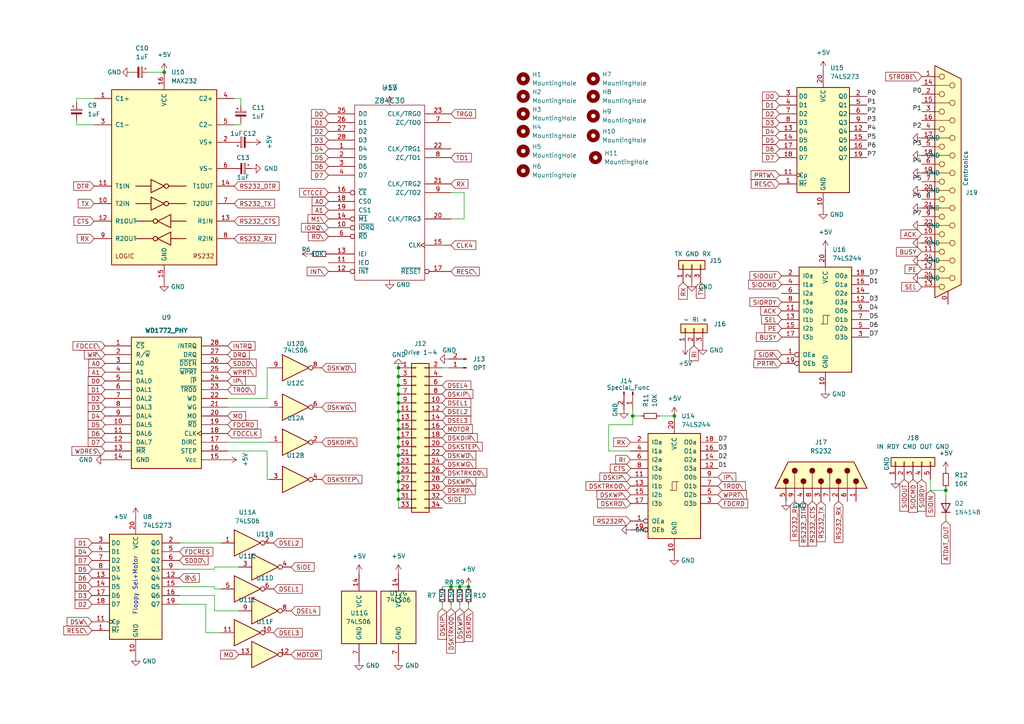
<source format=kicad_sch>
(kicad_sch (version 20231120) (generator "eeschema") (generator_version "8.0")
  (paper "A4")
  (junction (at 115.57 134.62))
  (junction (at 115.57 129.54))
  (junction (at 115.57 116.84))
  (junction (at 115.57 106.68))
  (junction (at 115.57 142.24))
  (junction (at 115.57 127))
  (junction (at 135.89 170.18))
  (junction (at 274.32 142.24))
  (junction (at 115.57 109.22))
  (junction (at 115.57 119.38))
  (junction (at 115.57 111.76))
  (junction (at 115.57 114.3))
  (junction (at 133.35 170.18))
  (junction (at 115.57 144.78))
  (junction (at 115.57 137.16))
  (junction (at 115.57 124.46))
  (junction (at 183.515 120.65))
  (junction (at 47.625 20.955))
  (junction (at 130.81 170.18))
  (junction (at 115.57 132.08))
  (junction (at 115.57 121.92))
  (junction (at 115.57 139.7))
  (junction (at 195.58 120.65))
  (wire (pts (xy 115.57 137.16) (xy 115.57 139.7)))
  (wire (pts (xy 115.57 127) (xy 115.57 129.54)))
  (wire (pts (xy 269.875 139.065) (xy 269.875 142.24)))
  (wire (pts (xy 115.57 119.38) (xy 115.57 121.92)))
  (wire (pts (xy 62.23 172.72) (xy 62.23 177.165)))
  (wire (pts (xy 77.47 130.81) (xy 77.47 139.065)))
  (wire (pts (xy 176.53 123.19) (xy 183.515 123.19)))
  (wire (pts (xy 130.81 170.18) (xy 133.35 170.18)))
  (wire (pts (xy 115.57 142.24) (xy 115.57 144.78)))
  (wire (pts (xy 115.57 139.7) (xy 115.57 142.24)))
  (wire (pts (xy 59.69 183.515) (xy 64.135 183.515)))
  (wire (pts (xy 66.04 128.27) (xy 78.105 128.27)))
  (wire (pts (xy 52.07 175.26) (xy 59.69 175.26)))
  (wire (pts (xy 22.225 28.575) (xy 27.305 28.575)))
  (wire (pts (xy 66.04 115.57) (xy 77.47 115.57)))
  (wire (pts (xy 115.57 132.08) (xy 115.57 134.62)))
  (wire (pts (xy 176.53 130.81) (xy 176.53 123.19)))
  (wire (pts (xy 66.04 118.11) (xy 78.105 118.11)))
  (wire (pts (xy 62.23 165.1) (xy 62.23 164.465)))
  (wire (pts (xy 134.62 63.5) (xy 130.81 63.5)))
  (wire (pts (xy 22.225 36.195) (xy 27.305 36.195)))
  (wire (pts (xy 62.23 170.18) (xy 62.23 170.815)))
  (wire (pts (xy 69.85 28.575) (xy 69.85 30.48)))
  (wire (pts (xy 176.53 130.81) (xy 182.88 130.81)))
  (wire (pts (xy 52.07 170.18) (xy 62.23 170.18)))
  (wire (pts (xy 274.32 142.24) (xy 274.32 143.51)))
  (wire (pts (xy 69.85 36.195) (xy 67.945 36.195)))
  (wire (pts (xy 52.07 165.1) (xy 62.23 165.1)))
  (wire (pts (xy 62.23 164.465) (xy 69.215 164.465)))
  (wire (pts (xy 67.945 28.575) (xy 69.85 28.575)))
  (wire (pts (xy 128.27 170.18) (xy 130.81 170.18)))
  (wire (pts (xy 128.27 175.26) (xy 128.27 176.53)))
  (wire (pts (xy 77.47 139.065) (xy 78.105 139.065)))
  (wire (pts (xy 115.57 144.78) (xy 115.57 147.32)))
  (wire (pts (xy 66.04 130.81) (xy 77.47 130.81)))
  (wire (pts (xy 77.47 106.68) (xy 78.105 106.68)))
  (wire (pts (xy 274.32 141.605) (xy 274.32 142.24)))
  (wire (pts (xy 115.57 109.22) (xy 115.57 111.76)))
  (wire (pts (xy 115.57 114.3) (xy 115.57 116.84)))
  (wire (pts (xy 183.515 120.65) (xy 186.055 120.65)))
  (wire (pts (xy 62.23 177.165) (xy 69.215 177.165)))
  (wire (pts (xy 52.07 157.48) (xy 64.135 157.48)))
  (wire (pts (xy 135.89 175.26) (xy 135.89 176.53)))
  (wire (pts (xy 115.57 124.46) (xy 115.57 127)))
  (wire (pts (xy 191.135 120.65) (xy 195.58 120.65)))
  (wire (pts (xy 115.57 111.76) (xy 115.57 114.3)))
  (wire (pts (xy 69.85 35.56) (xy 69.85 36.195)))
  (wire (pts (xy 183.515 118.745) (xy 183.515 120.65)))
  (wire (pts (xy 183.515 120.65) (xy 183.515 123.19)))
  (wire (pts (xy 43.18 20.955) (xy 47.625 20.955)))
  (wire (pts (xy 22.225 29.845) (xy 22.225 28.575)))
  (wire (pts (xy 133.35 170.18) (xy 135.89 170.18)))
  (wire (pts (xy 130.81 55.88) (xy 134.62 55.88)))
  (wire (pts (xy 115.57 129.54) (xy 115.57 132.08)))
  (wire (pts (xy 59.69 175.26) (xy 59.69 183.515)))
  (wire (pts (xy 128.27 106.68) (xy 130.175 106.68)))
  (wire (pts (xy 115.57 134.62) (xy 115.57 137.16)))
  (wire (pts (xy 115.57 121.92) (xy 115.57 124.46)))
  (wire (pts (xy 62.23 170.815) (xy 64.135 170.815)))
  (wire (pts (xy 133.35 175.26) (xy 133.35 176.53)))
  (wire (pts (xy 52.07 172.72) (xy 62.23 172.72)))
  (wire (pts (xy 115.57 116.84) (xy 115.57 119.38)))
  (wire (pts (xy 269.875 142.24) (xy 274.32 142.24)))
  (wire (pts (xy 77.47 106.68) (xy 77.47 115.57)))
  (wire (pts (xy 115.57 106.68) (xy 115.57 109.22)))
  (wire (pts (xy 130.81 175.26) (xy 130.81 176.53)))
  (wire (pts (xy 134.62 55.88) (xy 134.62 63.5)))
  (wire (pts (xy 22.225 34.925) (xy 22.225 36.195)))
  (text "Floppy Sel+Motor" (at 40.005 178.435 90) (effects (font (size 1.27 1.27)) (justify left bottom)))
  (label "D3" (at 252.095 87.63 0))
  (label "P5" (at 251.46 40.64 0))
  (label "D1" (at 208.28 135.89 0))
  (label "P1" (at 267.335 32.385 180))
  (label "D5" (at 252.095 92.71 0))
  (label "D1" (at 252.095 82.55 0))
  (label "P4" (at 267.335 47.625 180))
  (label "D2" (at 208.28 133.35 0))
  (label "D7" (at 252.095 80.01 0))
  (label "P6" (at 251.46 43.18 0))
  (label "P7" (at 267.335 62.865 180))
  (label "P5" (at 267.335 52.705 180))
  (label "P1" (at 251.46 30.48 0))
  (label "P0" (at 267.335 27.305 180))
  (label "P2" (at 251.46 33.02 0))
  (label "P4" (at 251.46 38.1 0))
  (label "D6" (at 252.095 95.25 0))
  (label "P2" (at 267.335 37.465 180))
  (label "D7" (at 252.095 97.79 0))
  (label "P0" (at 251.46 27.94 0))
  (label "P7" (at 251.46 45.72 0))
  (label "D4" (at 252.095 90.17 0))
  (label "P3" (at 251.46 35.56 0))
  (label "D3" (at 208.28 130.81 0))
  (label "D7" (at 208.28 128.27 0))
  (label "P6" (at 267.335 57.785 180))
  (label "P3" (at 267.335 42.545 180))
  (global_label "STROBE\\" (shape input) (at 267.335 22.225 180) (property "Intersheetrefs" "${INTERSHEET_REFS}" (effects (hide yes))))
  (global_label "RESC\\" (shape input) (at 226.06 53.34 180) (property "Intersheetrefs" "${INTERSHEET_REFS}" (effects (hide yes))))
  (global_label "SIORDY" (shape input) (at 226.695 87.63 180) (property "Intersheetrefs" "${INTERSHEET_REFS}" (effects (hide yes))))
  (global_label "FDCRES" (shape input) (at 52.07 160.02 0) (property "Intersheetrefs" "${INTERSHEET_REFS}" (effects (hide yes))))
  (global_label "DSEL2" (shape input) (at 79.375 157.48 0) (property "Intersheetrefs" "${INTERSHEET_REFS}" (effects (hide yes))))
  (global_label "DSKDIR\\" (shape input) (at 128.27 127 0) (property "Intersheetrefs" "${INTERSHEET_REFS}" (effects (hide yes))))
  (global_label "D0" (shape input) (at 26.67 170.18 180) (property "Intersheetrefs" "${INTERSHEET_REFS}" (effects (hide yes))))
  (global_label "RX" (shape input) (at 182.88 128.27 180) (property "Intersheetrefs" "${INTERSHEET_REFS}" (effects (hide yes))))
  (global_label "DSKIP\\" (shape input) (at 128.27 114.3 0) (property "Intersheetrefs" "${INTERSHEET_REFS}" (effects (hide yes))))
  (global_label "D2" (shape input) (at 30.48 115.57 180) (property "Intersheetrefs" "${INTERSHEET_REFS}" (effects (hide yes))))
  (global_label "D2" (shape input) (at 226.06 33.02 180) (property "Intersheetrefs" "${INTERSHEET_REFS}" (effects (hide yes))))
  (global_label "MOTOR" (shape input) (at 128.27 124.46 0) (property "Intersheetrefs" "${INTERSHEET_REFS}" (effects (hide yes))))
  (global_label "D1" (shape input) (at 95.25 35.56 180) (property "Intersheetrefs" "${INTERSHEET_REFS}" (effects (hide yes))))
  (global_label "DSKTRK00\\" (shape input) (at 182.88 140.97 180) (property "Intersheetrefs" "${INTERSHEET_REFS}" (effects (hide yes))))
  (global_label "CTS" (shape input) (at 182.88 135.89 180) (property "Intersheetrefs" "${INTERSHEET_REFS}" (effects (hide yes))))
  (global_label "WDRES\\" (shape input) (at 30.48 130.81 180) (property "Intersheetrefs" "${INTERSHEET_REFS}" (effects (hide yes))))
  (global_label "RESC\\" (shape input) (at 130.81 78.74 0) (property "Intersheetrefs" "${INTERSHEET_REFS}" (effects (hide yes))))
  (global_label "D6" (shape input) (at 95.25 48.26 180) (property "Intersheetrefs" "${INTERSHEET_REFS}" (effects (hide yes))))
  (global_label "DTR" (shape input) (at 27.305 53.975 180) (property "Intersheetrefs" "${INTERSHEET_REFS}" (effects (hide yes))))
  (global_label "ACK" (shape input) (at 267.335 67.945 180) (property "Intersheetrefs" "${INTERSHEET_REFS}" (effects (hide yes))))
  (global_label "SDDD\\" (shape input) (at 52.07 162.56 0) (property "Intersheetrefs" "${INTERSHEET_REFS}" (effects (hide yes))))
  (global_label "WPRT\\" (shape input) (at 208.28 143.51 0) (property "Intersheetrefs" "${INTERSHEET_REFS}" (effects (hide yes))))
  (global_label "ACK" (shape input) (at 226.695 90.17 180) (property "Intersheetrefs" "${INTERSHEET_REFS}" (effects (hide yes))))
  (global_label "A1" (shape input) (at 95.25 60.96 180) (property "Intersheetrefs" "${INTERSHEET_REFS}" (effects (hide yes))))
  (global_label "RI" (shape input) (at 182.88 133.35 180) (property "Intersheetrefs" "${INTERSHEET_REFS}" (effects (hide yes))))
  (global_label "RS232_DTR" (shape input) (at 67.945 53.975 0) (property "Intersheetrefs" "${INTERSHEET_REFS}" (effects (hide yes))))
  (global_label "D5" (shape input) (at 95.25 45.72 180) (property "Intersheetrefs" "${INTERSHEET_REFS}" (effects (hide yes))))
  (global_label "RX" (shape input) (at 130.81 53.34 0) (property "Intersheetrefs" "${INTERSHEET_REFS}" (effects (hide yes))))
  (global_label "DSKIP\\" (shape input) (at 128.27 176.53 270) (property "Intersheetrefs" "${INTERSHEET_REFS}" (effects (hide yes))))
  (global_label "IORQ\\" (shape input) (at 95.25 66.04 180) (property "Intersheetrefs" "${INTERSHEET_REFS}" (effects (hide yes))))
  (global_label "RS232_TX" (shape input) (at 238.125 145.415 270) (property "Intersheetrefs" "${INTERSHEET_REFS}" (effects (hide yes))))
  (global_label "DSKWP\\" (shape input) (at 128.27 139.7 0) (property "Intersheetrefs" "${INTERSHEET_REFS}" (effects (hide yes))))
  (global_label "WPRT\\" (shape input) (at 66.04 107.95 0) (property "Intersheetrefs" "${INTERSHEET_REFS}" (effects (hide yes))))
  (global_label "M1\\" (shape input) (at 95.25 63.5 180) (property "Intersheetrefs" "${INTERSHEET_REFS}" (effects (hide yes))))
  (global_label "RD\\" (shape input) (at 95.25 68.58 180) (property "Intersheetrefs" "${INTERSHEET_REFS}" (effects (hide yes))))
  (global_label "DSKTRK00\\" (shape input) (at 130.81 176.53 270) (property "Intersheetrefs" "${INTERSHEET_REFS}" (effects (hide yes))))
  (global_label "D7" (shape input) (at 30.48 128.27 180) (property "Intersheetrefs" "${INTERSHEET_REFS}" (effects (hide yes))))
  (global_label "MO" (shape input) (at 69.215 189.865 180) (property "Intersheetrefs" "${INTERSHEET_REFS}" (effects (hide yes))))
  (global_label "SEL" (shape input) (at 267.335 83.185 180) (property "Intersheetrefs" "${INTERSHEET_REFS}" (effects (hide yes))))
  (global_label "D6" (shape input) (at 30.48 125.73 180) (property "Intersheetrefs" "${INTERSHEET_REFS}" (effects (hide yes))))
  (global_label "INTRQ" (shape input) (at 66.04 100.33 0) (property "Intersheetrefs" "${INTERSHEET_REFS}" (effects (hide yes))))
  (global_label "RI" (shape input) (at 201.295 100.33 270) (property "Intersheetrefs" "${INTERSHEET_REFS}" (effects (hide yes))))
  (global_label "RS232_RX" (shape input) (at 67.945 69.215 0) (property "Intersheetrefs" "${INTERSHEET_REFS}" (effects (hide yes))))
  (global_label "RS232_RI" (shape input) (at 230.505 145.415 270) (property "Intersheetrefs" "${INTERSHEET_REFS}" (effects (hide yes))))
  (global_label "DSEL1" (shape input) (at 79.375 170.815 0) (property "Intersheetrefs" "${INTERSHEET_REFS}" (effects (hide yes))))
  (global_label "D7" (shape input) (at 26.67 162.56 180) (property "Intersheetrefs" "${INTERSHEET_REFS}" (effects (hide yes))))
  (global_label "TRG0" (shape input) (at 130.81 33.02 0) (property "Intersheetrefs" "${INTERSHEET_REFS}" (effects (hide yes))))
  (global_label "D0" (shape input) (at 30.48 110.49 180) (property "Intersheetrefs" "${INTERSHEET_REFS}" (effects (hide yes))))
  (global_label "D4" (shape input) (at 226.06 38.1 180) (property "Intersheetrefs" "${INTERSHEET_REFS}" (effects (hide yes))))
  (global_label "D1" (shape input) (at 30.48 113.03 180) (property "Intersheetrefs" "${INTERSHEET_REFS}" (effects (hide yes))))
  (global_label "RS232R\\" (shape input) (at 182.88 151.13 180) (property "Intersheetrefs" "${INTERSHEET_REFS}" (effects (hide yes))))
  (global_label "DSKRD\\" (shape input) (at 128.27 142.24 0) (property "Intersheetrefs" "${INTERSHEET_REFS}" (effects (hide yes))))
  (global_label "D0" (shape input) (at 95.25 33.02 180) (property "Intersheetrefs" "${INTERSHEET_REFS}" (effects (hide yes))))
  (global_label "ATDAT_OUT" (shape input) (at 274.32 151.13 270) (property "Intersheetrefs" "${INTERSHEET_REFS}" (effects (hide yes))))
  (global_label "RX" (shape input) (at 27.305 69.215 180) (property "Intersheetrefs" "${INTERSHEET_REFS}" (effects (hide yes))))
  (global_label "RESC\\" (shape input) (at 26.67 182.88 180) (property "Intersheetrefs" "${INTERSHEET_REFS}" (effects (hide yes))))
  (global_label "A0" (shape input) (at 95.25 58.42 180) (property "Intersheetrefs" "${INTERSHEET_REFS}" (effects (hide yes))))
  (global_label "B\\S" (shape input) (at 52.07 167.64 0) (property "Intersheetrefs" "${INTERSHEET_REFS}" (effects (hide yes))))
  (global_label "D4" (shape input) (at 26.67 160.02 180) (property "Intersheetrefs" "${INTERSHEET_REFS}" (effects (hide yes))))
  (global_label "SIOIN" (shape input) (at 269.875 142.24 270) (property "Intersheetrefs" "${INTERSHEET_REFS}" (effects (hide yes))))
  (global_label "SIDE" (shape input) (at 128.27 144.78 0) (property "Intersheetrefs" "${INTERSHEET_REFS}" (effects (hide yes))))
  (global_label "FDCRD" (shape input) (at 208.28 146.05 0) (property "Intersheetrefs" "${INTERSHEET_REFS}" (effects (hide yes))))
  (global_label "D3" (shape input) (at 95.25 40.64 180) (property "Intersheetrefs" "${INTERSHEET_REFS}" (effects (hide yes))))
  (global_label "MO" (shape input) (at 66.04 120.65 0) (property "Intersheetrefs" "${INTERSHEET_REFS}" (effects (hide yes))))
  (global_label "D2" (shape input) (at 95.25 38.1 180) (property "Intersheetrefs" "${INTERSHEET_REFS}" (effects (hide yes))))
  (global_label "INT\\" (shape input) (at 95.25 78.74 180) (property "Intersheetrefs" "${INTERSHEET_REFS}" (effects (hide yes))))
  (global_label "D1" (shape input) (at 226.06 30.48 180) (property "Intersheetrefs" "${INTERSHEET_REFS}" (effects (hide yes))))
  (global_label "SIORDY" (shape input) (at 267.335 139.065 270) (property "Intersheetrefs" "${INTERSHEET_REFS}" (effects (hide yes))))
  (global_label "DSEL4" (shape input) (at 128.27 111.76 0) (property "Intersheetrefs" "${INTERSHEET_REFS}" (effects (hide yes))))
  (global_label "DSKSTEP\\" (shape input) (at 93.345 139.065 0) (property "Intersheetrefs" "${INTERSHEET_REFS}" (effects (hide yes))))
  (global_label "DSKRD\\" (shape input) (at 182.88 146.05 180) (property "Intersheetrefs" "${INTERSHEET_REFS}" (effects (hide yes))))
  (global_label "TX" (shape input) (at 203.2 81.915 270) (property "Intersheetrefs" "${INTERSHEET_REFS}" (effects (hide yes))))
  (global_label "FDCRD" (shape input) (at 66.04 123.19 0) (property "Intersheetrefs" "${INTERSHEET_REFS}" (effects (hide yes))))
  (global_label "TR00\\" (shape input) (at 66.04 113.03 0) (property "Intersheetrefs" "${INTERSHEET_REFS}" (effects (hide yes))))
  (global_label "DSKSTEP\\" (shape input) (at 128.27 129.54 0) (property "Intersheetrefs" "${INTERSHEET_REFS}" (effects (hide yes))))
  (global_label "DSEL2" (shape input) (at 128.27 119.38 0) (property "Intersheetrefs" "${INTERSHEET_REFS}" (effects (hide yes))))
  (global_label "WR\\" (shape input) (at 30.48 102.87 180) (property "Intersheetrefs" "${INTERSHEET_REFS}" (effects (hide yes))))
  (global_label "D6" (shape input) (at 26.67 167.64 180) (property "Intersheetrefs" "${INTERSHEET_REFS}" (effects (hide yes))))
  (global_label "TX" (shape input) (at 27.305 59.055 180) (property "Intersheetrefs" "${INTERSHEET_REFS}" (effects (hide yes))))
  (global_label "PE" (shape input) (at 226.695 95.25 180) (property "Intersheetrefs" "${INTERSHEET_REFS}" (effects (hide yes))))
  (global_label "DSKTRK00\\" (shape input) (at 128.27 137.16 0) (property "Intersheetrefs" "${INTERSHEET_REFS}" (effects (hide yes))))
  (global_label "SEL" (shape input) (at 226.695 92.71 180) (property "Intersheetrefs" "${INTERSHEET_REFS}" (effects (hide yes))))
  (global_label "BUSY" (shape input) (at 267.335 73.025 180) (property "Intersheetrefs" "${INTERSHEET_REFS}" (effects (hide yes))))
  (global_label "A1" (shape input) (at 30.48 107.95 180) (property "Intersheetrefs" "${INTERSHEET_REFS}" (effects (hide yes))))
  (global_label "RS232_TX" (shape input) (at 67.945 59.055 0) (property "Intersheetrefs" "${INTERSHEET_REFS}" (effects (hide yes))))
  (global_label "DSKIP\\" (shape input) (at 182.88 138.43 180) (property "Intersheetrefs" "${INTERSHEET_REFS}" (effects (hide yes))))
  (global_label "SIOCMD" (shape input) (at 264.795 139.065 270) (property "Intersheetrefs" "${INTERSHEET_REFS}" (effects (hide yes))))
  (global_label "D3" (shape input) (at 26.67 172.72 180) (property "Intersheetrefs" "${INTERSHEET_REFS}" (effects (hide yes))))
  (global_label "DSKRD\\" (shape input) (at 135.89 176.53 270) (property "Intersheetrefs" "${INTERSHEET_REFS}" (effects (hide yes))))
  (global_label "FDCCE\\" (shape input) (at 30.48 100.33 180) (property "Intersheetrefs" "${INTERSHEET_REFS}" (effects (hide yes))))
  (global_label "MOTOR" (shape input) (at 84.455 189.865 0) (property "Intersheetrefs" "${INTERSHEET_REFS}" (effects (hide yes))))
  (global_label "CTS" (shape input) (at 27.305 64.135 180) (property "Intersheetrefs" "${INTERSHEET_REFS}" (effects (hide yes))))
  (global_label "DSEL3" (shape input) (at 79.375 183.515 0) (property "Intersheetrefs" "${INTERSHEET_REFS}" (effects (hide yes))))
  (global_label "SIOOUT" (shape input) (at 262.255 139.065 270) (property "Intersheetrefs" "${INTERSHEET_REFS}" (effects (hide yes))))
  (global_label "PRTW\\" (shape input) (at 226.06 50.8 180) (property "Intersheetrefs" "${INTERSHEET_REFS}" (effects (hide yes))))
  (global_label "D7" (shape input) (at 226.06 45.72 180) (property "Intersheetrefs" "${INTERSHEET_REFS}" (effects (hide yes))))
  (global_label "SIOR\\" (shape input) (at 226.695 102.87 180) (property "Intersheetrefs" "${INTERSHEET_REFS}" (effects (hide yes))))
  (global_label "DSKWD\\" (shape input) (at 128.27 132.08 0) (property "Intersheetrefs" "${INTERSHEET_REFS}" (effects (hide yes))))
  (global_label "DSW\\" (shape input) (at 26.67 180.34 180) (property "Intersheetrefs" "${INTERSHEET_REFS}" (effects (hide yes))))
  (global_label "D0" (shape input) (at 226.06 27.94 180) (property "Intersheetrefs" "${INTERSHEET_REFS}" (effects (hide yes))))
  (global_label "IP\\" (shape input) (at 66.04 110.49 0) (property "Intersheetrefs" "${INTERSHEET_REFS}" (effects (hide yes))))
  (global_label "D3" (shape input) (at 30.48 118.11 180) (property "Intersheetrefs" "${INTERSHEET_REFS}" (effects (hide yes))))
  (global_label "RX" (shape input) (at 198.12 81.915 270) (property "Intersheetrefs" "${INTERSHEET_REFS}" (effects (hide yes))))
  (global_label "D5" (shape input) (at 26.67 165.1 180) (property "Intersheetrefs" "${INTERSHEET_REFS}" (effects (hide yes))))
  (global_label "PRTR\\" (shape input) (at 226.695 105.41 180) (property "Intersheetrefs" "${INTERSHEET_REFS}" (effects (hide yes))))
  (global_label "SIDE" (shape input) (at 84.455 164.465 0) (property "Intersheetrefs" "${INTERSHEET_REFS}" (effects (hide yes))))
  (global_label "DSKDIR\\" (shape input) (at 93.345 128.27 0) (property "Intersheetrefs" "${INTERSHEET_REFS}" (effects (hide yes))))
  (global_label "TO1" (shape input) (at 130.81 45.72 0) (property "Intersheetrefs" "${INTERSHEET_REFS}" (effects (hide yes))))
  (global_label "DSKWG\\" (shape input) (at 128.27 134.62 0) (property "Intersheetrefs" "${INTERSHEET_REFS}" (effects (hide yes))))
  (global_label "RS232_CTS" (shape input) (at 67.945 64.135 0) (property "Intersheetrefs" "${INTERSHEET_REFS}" (effects (hide yes))))
  (global_label "DSKWD\\" (shape input) (at 93.345 106.68 0) (property "Intersheetrefs" "${INTERSHEET_REFS}" (effects (hide yes))))
  (global_label "DSEL3" (shape input) (at 128.27 121.92 0) (property "Intersheetrefs" "${INTERSHEET_REFS}" (effects (hide yes))))
  (global_label "SIOCMD" (shape input) (at 226.695 82.55 180) (property "Intersheetrefs" "${INTERSHEET_REFS}" (effects (hide yes))))
  (global_label "RS232_DTR" (shape input) (at 233.045 145.415 270) (property "Intersheetrefs" "${INTERSHEET_REFS}" (effects (hide yes))))
  (global_label "D6" (shape input) (at 226.06 43.18 180) (property "Intersheetrefs" "${INTERSHEET_REFS}" (effects (hide yes))))
  (global_label "DSKWP\\" (shape input) (at 133.35 176.53 270) (property "Intersheetrefs" "${INTERSHEET_REFS}" (effects (hide yes))))
  (global_label "D4" (shape input) (at 30.48 120.65 180) (property "Intersheetrefs" "${INTERSHEET_REFS}" (effects (hide yes))))
  (global_label "DRQ" (shape input) (at 66.04 102.87 0) (property "Intersheetrefs" "${INTERSHEET_REFS}" (effects (hide yes))))
  (global_label "D7" (shape input) (at 95.25 50.8 180) (property "Intersheetrefs" "${INTERSHEET_REFS}" (effects (hide yes))))
  (global_label "SIOOUT" (shape input) (at 226.695 80.01 180) (property "Intersheetrefs" "${INTERSHEET_REFS}" (effects (hide yes))))
  (global_label "DSEL1" (shape input) (at 128.27 116.84 0) (property "Intersheetrefs" "${INTERSHEET_REFS}" (effects (hide yes))))
  (global_label "D5" (shape input) (at 30.48 123.19 180) (property "Intersheetrefs" "${INTERSHEET_REFS}" (effects (hide yes))))
  (global_label "RS232_CTS" (shape input) (at 235.585 145.415 270) (property "Intersheetrefs" "${INTERSHEET_REFS}" (effects (hide yes))))
  (global_label "CTCCE" (shape input) (at 95.25 55.88 180) (property "Intersheetrefs" "${INTERSHEET_REFS}" (effects (hide yes))))
  (global_label "D3" (shape input) (at 226.06 35.56 180) (property "Intersheetrefs" "${INTERSHEET_REFS}" (effects (hide yes))))
  (global_label "PE" (shape input) (at 267.335 78.105 180) (property "Intersheetrefs" "${INTERSHEET_REFS}" (effects (hide yes))))
  (global_label "FDCCLK" (shape input) (at 66.04 125.73 0) (property "Intersheetrefs" "${INTERSHEET_REFS}" (effects (hide yes))))
  (global_label "TR00\\" (shape input) (at 208.28 140.97 0) (property "Intersheetrefs" "${INTERSHEET_REFS}" (effects (hide yes))))
  (global_label "D5" (shape input) (at 226.06 40.64 180) (property "Intersheetrefs" "${INTERSHEET_REFS}" (effects (hide yes))))
  (global_label "DSKWP\\" (shape input) (at 182.88 143.51 180) (property "Intersheetrefs" "${INTERSHEET_REFS}" (effects (hide yes))))
  (global_label "DSKWG\\" (shape input) (at 93.345 118.11 0) (property "Intersheetrefs" "${INTERSHEET_REFS}" (effects (hide yes))))
  (global_label "IP\\" (shape input) (at 208.28 138.43 0) (property "Intersheetrefs" "${INTERSHEET_REFS}" (effects (hide yes))))
  (global_label "D4" (shape input) (at 95.25 43.18 180) (property "Intersheetrefs" "${INTERSHEET_REFS}" (effects (hide yes))))
  (global_label "DSEL4" (shape input) (at 84.455 177.165 0) (property "Intersheetrefs" "${INTERSHEET_REFS}" (effects (hide yes))))
  (global_label "D1" (shape input) (at 26.67 157.48 180) (property "Intersheetrefs" "${INTERSHEET_REFS}" (effects (hide yes))))
  (global_label "RS232_RX" (shape input) (at 243.205 145.415 270) (property "Intersheetrefs" "${INTERSHEET_REFS}" (effects (hide yes))))
  (global_label "A0" (shape input) (at 30.48 105.41 180) (property "Intersheetrefs" "${INTERSHEET_REFS}" (effects (hide yes))))
  (global_label "D2" (shape input) (at 26.67 175.26 180) (property "Intersheetrefs" "${INTERSHEET_REFS}" (effects (hide yes))))
  (global_label "SDDD\\" (shape input) (at 66.04 105.41 0) (property "Intersheetrefs" "${INTERSHEET_REFS}" (effects (hide yes))))
  (global_label "BUSY" (shape input) (at 226.695 97.79 180) (property "Intersheetrefs" "${INTERSHEET_REFS}" (effects (hide yes))))
  (global_label "CLK4" (shape input) (at 130.81 71.12 0) (property "Intersheetrefs" "${INTERSHEET_REFS}" (effects (hide yes))))
  (symbol (lib_id "Mechanical:MountingHole") (at 172.085 33.655 0) (unit 1)
    (property "Reference" "H9" (at 174.625 32.3849 0) (effects (justify left)))
    (property "Value" "MountingHole" (at 174.625 34.9249 0) (effects (justify left)))
    (property "Footprint" "MountingHole:MountingHole_4.3mm_M4" (effects (hide yes)))
  )
  (symbol (lib_id "Connector:DB9_Male") (at 238.125 137.795 90) (unit 1)
    (property "Reference" "J17" (at 238.125 128.27 90))
    (property "Value" "RS232" (at 238.125 130.81 90))
    (property "Footprint" "Connector_Dsub:DSUB-9_Male_Horizontal_P2.77x2.84mm_EdgePinOffset4.94mm_Housed_MountingHolesOffset7.48mm" (effects (hide yes)))
    (property "Datasheet" " ~" (effects (hide yes)))
  )
  (symbol (lib_id "power:GND") (at 267.335 60.325 270) (unit 1)
    (property "Reference" "#PWR077" (effects (hide yes)))
    (property "Value" "GND" (at 268.605 60.3249 90) (effects (justify left)))
  )
  (symbol (lib_id "power:GND") (at 267.335 75.565 270) (unit 1)
    (property "Reference" "#PWR080" (effects (hide yes)))
    (property "Value" "GND" (at 268.605 75.5649 90) (effects (justify left)))
  )
  (symbol (lib_id "power:GND") (at 267.335 80.645 270) (unit 1)
    (property "Reference" "#PWR081" (effects (hide yes)))
    (property "Value" "GND" (at 268.605 80.6449 90) (effects (justify left)))
  )
  (symbol (lib_id "Interface_UART:MAX232") (at 47.625 51.435 0) (unit 1)
    (property "Reference" "U10" (at 49.6444 20.955 0) (effects (justify left)))
    (property "Value" "MAX232" (at 49.6444 23.495 0) (effects (justify left)))
    (property "Footprint" "Package_DIP:DIP-16_W7.62mm" (effects (hide yes)))
    (property "Datasheet" "http://www.ti.com/lit/ds/symlink/max232.pdf" (effects (hide yes)))
  )
  (symbol (lib_id "Mechanical:MountingHole") (at 172.085 22.86 0) (unit 1)
    (property "Reference" "H7" (at 174.625 21.5899 0) (effects (justify left)))
    (property "Value" "MountingHole" (at 174.625 24.1299 0) (effects (justify left)))
    (property "Footprint" "MountingHole:MountingHole_4.3mm_M4" (effects (hide yes)))
  )
  (symbol (lib_id "power:GND") (at 180.975 118.745 0) (unit 1)
    (property "Reference" "#PWR060" (effects (hide yes)))
    (property "Value" "GND" (at 178.435 116.84 90) (effects (justify right)))
  )
  (symbol (lib_id "power:GND") (at 130.175 104.14 270) (unit 1)
    (property "Reference" "#PWR058" (effects (hide yes)))
    (property "Value" "GND" (at 128.27 101.6 90) (effects (justify left)))
  )
  (symbol (lib_id "power:GND") (at 182.88 153.67 270) (unit 1)
    (property "Reference" "#PWR061" (effects (hide yes)))
    (property "Value" "GND" (at 184.15 153.6699 90) (effects (justify left)))
  )
  (symbol (lib_id "74xx:74LS273") (at 39.37 170.18 0) (unit 1)
    (property "Reference" "U8" (at 41.3894 149.86 0) (effects (justify left)))
    (property "Value" "74LS273" (at 41.3894 152.4 0) (effects (justify left)))
    (property "Footprint" "Package_DIP:DIP-20_W7.62mm" (effects (hide yes)))
    (property "Datasheet" "http://www.ti.com/lit/gpn/sn74LS273" (effects (hide yes)))
  )
  (symbol (lib_id "power:GND") (at 195.58 161.29 0) (unit 1)
    (property "Reference" "#PWR063" (effects (hide yes)))
    (property "Value" "GND" (at 197.485 162.5599 0) (effects (justify left)))
  )
  (symbol (lib_id "74xx:74LS06") (at 71.755 170.815 0) (unit 3)
    (property "Reference" "U11" (at 71.755 161.29 0))
    (property "Value" "74LS06" (effects (hide yes)))
    (property "Footprint" "Package_DIP:DIP-14_W7.62mm_Socket" (effects (hide yes)))
    (property "Datasheet" "http://www.ti.com/lit/gpn/sn74LS06" (effects (hide yes)))
  )
  (symbol (lib_id "Device:R_Small") (at 274.32 139.065 0) (unit 1)
    (property "Reference" "R12" (at 276.86 137.7949 0) (effects (justify left)))
    (property "Value" "10K" (at 276.86 140.3349 0) (effects (justify left)))
    (property "Footprint" "Resistor_THT:R_Axial_DIN0207_L6.3mm_D2.5mm_P10.16mm_Horizontal" (effects (hide yes)))
  )
  (symbol (lib_id "74xx:74LS244") (at 195.58 140.97 0) (unit 1)
    (property "Reference" "U14" (at 197.5994 120.65 0) (effects (justify left)))
    (property "Value" "74LS244" (at 197.5994 123.19 0) (effects (justify left)))
    (property "Footprint" "Package_DIP:DIP-20_W7.62mm" (effects (hide yes)))
    (property "Datasheet" "http://www.ti.com/lit/ds/symlink/sn74ls244.pdf" (effects (hide yes)))
  )
  (symbol (lib_id "power:+5V") (at 115.57 166.37 0) (unit 1)
    (property "Reference" "#PWR056" (effects (hide yes)))
    (property "Value" "+5V" (at 115.57 161.29 0))
  )
  (symbol (lib_id "Connector:DB25_Female_MountingHoles") (at 274.955 52.705 0) (unit 1)
    (property "Reference" "J19" (at 280.035 55.88 0) (effects (justify left)))
    (property "Value" "Centronics" (at 280.035 53.9749 90) (effects (justify left)))
    (property "Footprint" "Connector_Dsub:DSUB-25_Female_Horizontal_P2.77x2.84mm_EdgePinOffset7.70mm_Housed_MountingHolesOffset9.12mm" (effects (hide yes)))
    (property "Datasheet" " ~" (effects (hide yes)))
  )
  (symbol (lib_id "power:GND") (at 38.1 20.955 270) (unit 1)
    (property "Reference" "#PWR042" (effects (hide yes)))
    (property "Value" "GND" (at 31.115 20.955 90) (effects (justify left)))
  )
  (symbol (lib_id "power:+5V") (at 104.14 166.37 0) (unit 1)
    (property "Reference" "#PWR051" (effects (hide yes)))
    (property "Value" "+5V" (at 104.14 161.29 0))
  )
  (symbol (lib_id "power:+5V") (at 73.025 41.275 270) (unit 1)
    (property "Reference" "#PWR048" (effects (hide yes)))
    (property "Value" "+5V" (at 78.105 41.275 0))
  )
  (symbol (lib_id "power:+5V") (at 239.395 72.39 0) (unit 1)
    (property "Reference" "#PWR070" (effects (hide yes)))
    (property "Value" "+5V" (at 239.395 67.31 0))
  )
  (symbol (lib_id "74xx:74LS06") (at 85.725 106.68 0) (unit 4)
    (property "Reference" "U12" (at 85.725 99.695 0))
    (property "Value" "74LS06" (at 85.725 101.6 0))
    (property "Footprint" "Package_DIP:DIP-14_W7.62mm_Socket" (effects (hide yes)))
    (property "Datasheet" "http://www.ti.com/lit/gpn/sn74LS06" (effects (hide yes)))
  )
  (symbol (lib_id "Connector:Conn_01x02_Male") (at 183.515 113.665 270) (unit 1)
    (property "Reference" "J14" (at 181.61 110.49 90))
    (property "Value" "Special_Func" (at 182.245 112.395 90))
    (property "Footprint" "Connector_PinHeader_2.54mm:PinHeader_1x02_P2.54mm_Vertical" (effects (hide yes)))
  )
  (symbol (lib_id "Device:C_Polarized_Small") (at 40.64 20.955 270) (unit 1)
    (property "Reference" "C10" (at 41.1861 13.97 90))
    (property "Value" "1uF" (at 41.1861 16.51 90))
    (property "Footprint" "Capacitor_THT:CP_Radial_D5.0mm_P2.50mm" (effects (hide yes)))
  )
  (symbol (lib_id "power:GND") (at 39.37 190.5 0) (unit 1)
    (property "Reference" "#PWR044" (effects (hide yes)))
    (property "Value" "GND" (at 41.275 191.7699 0) (effects (justify left)))
  )
  (symbol (lib_id "power:+5V") (at 39.37 149.86 0) (unit 1)
    (property "Reference" "#PWR043" (effects (hide yes)))
    (property "Value" "+5V" (at 34.925 149.86 0))
  )
  (symbol (lib_id "Mechanical:MountingHole") (at 151.765 38.1 0) (unit 1)
    (property "Reference" "H4" (at 154.305 36.8299 0) (effects (justify left)))
    (property "Value" "MountingHole" (at 154.305 39.3699 0) (effects (justify left)))
    (property "Footprint" "MountingHole:MountingHole_4.3mm_M4" (effects (hide yes)))
  )
  (symbol (lib_id "Device:C_Polarized_Small") (at 69.85 33.02 0) (unit 1)
    (property "Reference" "C11" (at 73.025 31.2038 0) (effects (justify left)))
    (property "Value" "1uF" (at 73.025 33.7438 0) (effects (justify left)))
    (property "Footprint" "Capacitor_THT:CP_Radial_D5.0mm_P2.50mm" (effects (hide yes)))
  )
  (symbol (lib_id "Mechanical:MountingHole") (at 151.765 27.94 0) (unit 1)
    (property "Reference" "H2" (at 154.305 26.6699 0) (effects (justify left)))
    (property "Value" "MountingHole" (at 154.305 29.2099 0) (effects (justify left)))
    (property "Footprint" "MountingHole:MountingHole_4.3mm_M4" (effects (hide yes)))
  )
  (symbol (lib_id "power:GND") (at 30.48 133.35 270) (unit 1)
    (property "Reference" "#PWR041" (effects (hide yes)))
    (property "Value" "GND" (at 22.86 133.35 90) (effects (justify left)))
  )
  (symbol (lib_id "power:+5V") (at 47.625 20.955 0) (unit 1)
    (property "Reference" "#PWR045" (effects (hide yes)))
    (property "Value" "+5V" (at 47.625 15.875 0))
  )
  (symbol (lib_id "power:GND") (at 115.57 106.68 180) (unit 1)
    (property "Reference" "#PWR055" (effects (hide yes)))
    (property "Value" "GND" (at 113.665 102.87 0) (effects (justify right)))
  )
  (symbol (lib_id "power:GND") (at 267.335 65.405 270) (unit 1)
    (property "Reference" "#PWR078" (effects (hide yes)))
    (property "Value" "GND" (at 268.605 65.4049 90) (effects (justify left)))
  )
  (symbol (lib_id "Device:C_Polarized_Small") (at 22.225 32.385 0) (unit 1)
    (property "Reference" "C9" (at 25.4 30.5688 0) (effects (justify left)))
    (property "Value" "1uF" (at 25.4 33.1088 0) (effects (justify left)))
    (property "Footprint" "Capacitor_THT:CP_Radial_D5.0mm_P2.50mm" (effects (hide yes)))
  )
  (symbol (lib_id "Device:R_Small") (at 92.71 73.66 90) (unit 1)
    (property "Reference" "R6" (at 90.17 72.39 90) (effects (justify left)))
    (property "Value" "10K" (at 93.98 73.66 90) (effects (justify left)))
    (property "Footprint" "Resistor_THT:R_Axial_DIN0207_L6.3mm_D2.5mm_P10.16mm_Horizontal" (effects (hide yes)))
  )
  (symbol (lib_id "Diode:1N4148") (at 274.32 147.32 90) (unit 1)
    (property "Reference" "D2" (at 276.86 146.0499 90) (effects (justify right)))
    (property "Value" "1N4148" (at 276.86 148.5899 90) (effects (justify right)))
    (property "Footprint" "Diode_THT:D_DO-35_SOD27_P10.16mm_Horizontal" (effects (hide yes)))
    (property "Datasheet" "https://assets.nexperia.com/documents/data-sheet/1N4148_1N4448.pdf" (effects (hide yes)))
  )
  (symbol (lib_id "74xx:74LS06") (at 71.755 157.48 0) (unit 1)
    (property "Reference" "U11" (at 71.755 148.59 0))
    (property "Value" "74LS06" (at 71.755 151.13 0))
    (property "Footprint" "Package_DIP:DIP-14_W7.62mm_Socket" (effects (hide yes)))
    (property "Datasheet" "http://www.ti.com/lit/gpn/sn74LS06" (effects (hide yes)))
  )
  (symbol (lib_id "Device:R_Small") (at 128.27 172.72 0) (unit 1)
    (property "Reference" "R7" (at 123.825 172.72 0) (effects (justify left)))
    (property "Value" "150" (at 128.27 174.625 90) (effects (justify left)))
    (property "Footprint" "Resistor_THT:R_Axial_DIN0207_L6.3mm_D2.5mm_P10.16mm_Horizontal" (effects (hide yes)))
  )
  (symbol (lib_id "power:GND") (at 239.395 113.03 0) (unit 1)
    (property "Reference" "#PWR071" (effects (hide yes)))
    (property "Value" "GND" (at 241.3 114.2999 0) (effects (justify left)))
  )
  (symbol (lib_id "Device:C_Polarized_Small") (at 70.485 48.895 270) (unit 1)
    (property "Reference" "C13" (at 70.485 45.72 90))
    (property "Value" "1uF" (at 70.485 51.435 90))
    (property "Footprint" "Capacitor_THT:CP_Radial_D5.0mm_P2.50mm" (effects (hide yes)))
  )
  (symbol (lib_id "74xx:74LS06") (at 85.725 128.27 0) (unit 1)
    (property "Reference" "U12" (at 85.725 121.285 0))
    (property "Value" "74LS06" (effects (hide yes)))
    (property "Footprint" "Package_DIP:DIP-14_W7.62mm_Socket" (effects (hide yes)))
    (property "Datasheet" "http://www.ti.com/lit/gpn/sn74LS06" (effects (hide yes)))
  )
  (symbol (lib_id "Mechanical:MountingHole") (at 172.085 39.37 0) (unit 1)
    (property "Reference" "H10" (at 174.625 38.0999 0) (effects (justify left)))
    (property "Value" "MountingHole" (at 174.625 40.6399 0) (effects (justify left)))
    (property "Footprint" "MountingHole:MountingHole_4.3mm_M4" (effects (hide yes)))
  )
  (symbol (lib_id "Connector_Generic:Conn_01x03") (at 200.66 76.835 90) (unit 1)
    (property "Reference" "J15" (at 205.74 75.5649 90) (effects (justify right)))
    (property "Value" "TX GND RX" (at 195.58 73.66 90) (effects (justify right)))
    (property "Footprint" "Connector_PinHeader_2.54mm:PinHeader_1x03_P2.54mm_Vertical" (effects (hide yes)))
  )
  (symbol (lib_id "power:+5V") (at 113.03 30.48 0) (unit 1)
    (property "Reference" "#PWR053" (effects (hide yes)))
    (property "Value" "+5V" (at 113.03 25.4 0))
  )
  (symbol (lib_id "sergej:Z84C30") (at 113.03 55.88 0) (unit 1)
    (property "Reference" "U13" (at 113.03 25.4 0) (effects (font (size 1.524 1.524))))
    (property "Value" "Z84C30" (at 113.03 29.21 0) (effects (font (size 1.524 1.524))))
    (property "Footprint" "Package_DIP:DIP-28_W15.24mm" (effects (hide yes)))
  )
  (symbol (lib_id "74xx:74LS244") (at 239.395 92.71 0) (unit 1)
    (property "Reference" "U16" (at 241.4144 72.39 0) (effects (justify left)))
    (property "Value" "74LS244" (at 241.4144 74.93 0) (effects (justify left)))
    (property "Footprint" "Package_DIP:DIP-20_W7.62mm" (effects (hide yes)))
    (property "Datasheet" "http://www.ti.com/lit/ds/symlink/sn74ls244.pdf" (effects (hide yes)))
  )
  (symbol (lib_id "power:GND") (at 227.965 145.415 0) (unit 1)
    (property "Reference" "#PWR067" (effects (hide yes)))
    (property "Value" "GND" (at 229.87 146.6849 0) (effects (justify left)))
  )
  (symbol (lib_id "74xx:74LS06") (at 76.835 164.465 0) (unit 2)
    (property "Reference" "U11" (at 76.835 154.94 0))
    (property "Value" "74LS06" (effects (hide yes)))
    (property "Footprint" "Package_DIP:DIP-14_W7.62mm_Socket" (effects (hide yes)))
    (property "Datasheet" "http://www.ti.com/lit/gpn/sn74LS06" (effects (hide yes)))
  )
  (symbol (lib_id "74xx:74LS06") (at 115.57 179.07 0) (unit 7)
    (property "Reference" "U12" (at 115.57 172.085 0))
    (property "Value" "74LS06" (at 115.57 173.99 0))
    (property "Footprint" "Package_DIP:DIP-14_W7.62mm_Socket" (effects (hide yes)))
    (property "Datasheet" "http://www.ti.com/lit/gpn/sn74LS06" (effects (hide yes)))
  )
  (symbol (lib_id "Mechanical:MountingHole") (at 151.765 43.815 0) (unit 1)
    (property "Reference" "H5" (at 154.305 42.5449 0) (effects (justify left)))
    (property "Value" "MountingHole" (at 154.305 45.0849 0) (effects (justify left)))
    (property "Footprint" "MountingHole:MountingHole_4.3mm_M4" (effects (hide yes)))
  )
  (symbol (lib_id "Device:C_Polarized_Small") (at 70.485 41.275 90) (unit 1)
    (property "Reference" "C12" (at 72.39 38.735 90))
    (property "Value" "1uF" (at 68.58 38.735 90))
    (property "Footprint" "Capacitor_THT:CP_Radial_D5.0mm_P2.50mm" (effects (hide yes)))
  )
  (symbol (lib_id "Connector_Generic:Conn_01x05") (at 264.795 133.985 90) (unit 1)
    (property "Reference" "J18" (at 264.795 127 90))
    (property "Value" "IN RDY CMD OUT GND" (at 264.795 129.54 90))
    (property "Footprint" "Connector_PinHeader_2.54mm:PinHeader_1x05_P2.54mm_Vertical" (effects (hide yes)))
  )
  (symbol (lib_id "power:GND") (at 115.57 191.77 0) (unit 1)
    (property "Reference" "#PWR057" (effects (hide yes)))
    (property "Value" "GND" (at 117.475 193.0399 0) (effects (justify left)))
  )
  (symbol (lib_id "power:GND") (at 200.66 81.915 0) (unit 1)
    (property "Reference" "#PWR065" (effects (hide yes)))
    (property "Value" "GND" (at 202.565 83.1849 0) (effects (justify left)))
  )
  (symbol (lib_id "74xx:74LS06") (at 85.725 118.11 0) (unit 3)
    (property "Reference" "U12" (at 85.725 111.125 0))
    (property "Value" "74LS06" (effects (hide yes)))
    (property "Footprint" "Package_DIP:DIP-14_W7.62mm_Socket" (effects (hide yes)))
    (property "Datasheet" "http://www.ti.com/lit/gpn/sn74LS06" (effects (hide yes)))
  )
  (symbol (lib_id "Device:R_Small") (at 188.595 120.65 90) (unit 1)
    (property "Reference" "R11" (at 187.3249 118.11 0) (effects (justify left)))
    (property "Value" "10K" (at 189.8649 118.11 0) (effects (justify left)))
    (property "Footprint" "Resistor_THT:R_Axial_DIN0207_L6.3mm_D2.5mm_P10.16mm_Horizontal" (effects (hide yes)))
  )
  (symbol (lib_id "power:+5V") (at 274.32 136.525 0) (unit 1)
    (property "Reference" "#PWR082" (effects (hide yes)))
    (property "Value" "+5V" (at 274.32 131.445 0))
  )
  (symbol (lib_id "74xx:74LS273") (at 238.76 40.64 0) (unit 1)
    (property "Reference" "U15" (at 240.7794 19.685 0) (effects (justify left)))
    (property "Value" "74LS273" (at 240.7794 22.225 0) (effects (justify left)))
    (property "Footprint" "Package_DIP:DIP-20_W7.62mm" (effects (hide yes)))
    (property "Datasheet" "http://www.ti.com/lit/gpn/sn74LS273" (effects (hide yes)))
  )
  (symbol (lib_id "STE:Connector_Generic_Conn_02x17_Odd_Even") (at 120.65 127 0) (unit 1)
    (property "Reference" "J12" (at 121.92 99.695 0))
    (property "Value" "Drive 1-4" (at 121.92 102.235 0))
    (property "Footprint" "Connector_IDC:IDC-Header_2x17_P2.54mm_Vertical" (effects (hide yes)))
  )
  (symbol (lib_id "Mechanical:MountingHole") (at 172.72 45.72 0) (unit 1)
    (property "Reference" "H11" (at 175.26 44.4499 0) (effects (justify left)))
    (property "Value" "MountingHole" (at 175.26 46.9899 0) (effects (justify left)))
    (property "Footprint" "MountingHole:MountingHole_4.3mm_M4" (effects (hide yes)))
  )
  (symbol (lib_id "power:GND") (at 73.025 48.895 90) (unit 1)
    (property "Reference" "#PWR049" (effects (hide yes)))
    (property "Value" "GND" (at 80.645 48.895 90) (effects (justify left)))
  )
  (symbol (lib_id "power:GND") (at 203.835 100.33 0) (unit 1)
    (property "Reference" "#PWR066" (effects (hide yes)))
    (property "Value" "GND" (at 205.74 101.5999 0) (effects (justify left)))
  )
  (symbol (lib_id "74xx:74LS06") (at 76.835 189.865 0) (unit 6)
    (property "Reference" "U11" (at 76.835 180.34 0))
    (property "Value" "74LS06" (effects (hide yes)))
    (property "Footprint" "Package_DIP:DIP-14_W7.62mm_Socket" (effects (hide yes)))
    (property "Datasheet" "http://www.ti.com/lit/gpn/sn74LS06" (effects (hide yes)))
  )
  (symbol (lib_id "power:GND") (at 267.335 45.085 270) (unit 1)
    (property "Reference" "#PWR074" (effects (hide yes)))
    (property "Value" "GND" (at 268.605 45.0849 90) (effects (justify left)))
  )
  (symbol (lib_id "Mechanical:MountingHole") (at 151.765 33.02 0) (unit 1)
    (property "Reference" "H3" (at 154.305 31.7499 0) (effects (justify left)))
    (property "Value" "MountingHole" (at 154.305 34.2899 0) (effects (justify left)))
    (property "Footprint" "MountingHole:MountingHole_4.3mm_M4" (effects (hide yes)))
  )
  (symbol (lib_id "74xx:74LS06") (at 85.725 139.065 0) (unit 2)
    (property "Reference" "U12" (at 85.725 132.08 0))
    (property "Value" "74LS06" (effects (hide yes)))
    (property "Footprint" "Package_DIP:DIP-14_W7.62mm_Socket" (effects (hide yes)))
    (property "Datasheet" "http://www.ti.com/lit/gpn/sn74LS06" (effects (hide yes)))
  )
  (symbol (lib_id "STE:WD1772_PHY") (at 48.26 116.84 0) (unit 1)
    (property "Reference" "U9" (at 48.26 92.075 0))
    (property "Value" "WD1772_PHY" (at 48.26 95.885 0) (effects (font (bold yes))))
    (property "Footprint" "Package_DIP:DIP-28_W15.24mm_LongPads" (effects (hide yes)))
    (property "Datasheet" "https://datasheet.datasheetarchive.com/originals/distributors/Datasheets-115/DSAP002129.pdf" (effects (hide yes)))
  )
  (symbol (lib_id "74xx:74LS06") (at 104.14 179.07 0) (unit 7)
    (property "Reference" "U11" (at 101.6 177.8 0) (effects (justify left)))
    (property "Value" "74LS06" (at 100.33 180.34 0) (effects (justify left)))
    (property "Footprint" "Package_DIP:DIP-14_W7.62mm_Socket" (effects (hide yes)))
    (property "Datasheet" "http://www.ti.com/lit/gpn/sn74LS06" (effects (hide yes)))
  )
  (symbol (lib_id "Mechanical:MountingHole") (at 151.765 22.86 0) (unit 1)
    (property "Reference" "H1" (at 154.305 21.5899 0) (effects (justify left)))
    (property "Value" "MountingHole" (at 154.305 24.1299 0) (effects (justify left)))
    (property "Footprint" "MountingHole:MountingHole_4.3mm_M4" (effects (hide yes)))
  )
  (symbol (lib_id "power:GND") (at 113.03 81.28 0) (unit 1)
    (property "Reference" "#PWR054" (effects (hide yes)))
    (property "Value" "GND" (at 114.935 82.5499 0) (effects (justify left)))
  )
  (symbol (lib_id "Connector:Conn_01x02_Male") (at 135.255 106.68 180) (unit 1)
    (property "Reference" "J13" (at 137.16 104.1399 0) (effects (justify right)))
    (property "Value" "OPT" (at 137.16 106.6799 0) (effects (justify right)))
    (property "Footprint" "Connector_PinHeader_2.54mm:PinHeader_1x02_P2.54mm_Vertical" (effects (hide yes)))
  )
  (symbol (lib_id "74xx:74LS06") (at 76.835 177.165 0) (unit 4)
    (property "Reference" "U11" (at 76.835 167.64 0))
    (property "Value" "74LS06" (effects (hide yes)))
    (property "Footprint" "Package_DIP:DIP-14_W7.62mm_Socket" (effects (hide yes)))
    (property "Datasheet" "http://www.ti.com/lit/gpn/sn74LS06" (effects (hide yes)))
  )
  (symbol (lib_id "power:+5V") (at 198.755 100.33 180) (unit 1)
    (property "Reference" "#PWR064" (effects (hide yes)))
    (property "Value" "+5V" (at 198.755 105.41 0))
  )
  (symbol (lib_id "power:+5V") (at 135.89 170.18 0) (unit 1)
    (property "Reference" "#PWR059" (effects (hide yes)))
    (property "Value" "+5V" (at 135.89 165.1 0))
  )
  (symbol (lib_id "power:GND") (at 259.715 139.065 0) (unit 1)
    (property "Reference" "#PWR072" (effects (hide yes)))
    (property "Value" "GND" (at 257.175 136.525 90) (effects (justify left)))
  )
  (symbol (lib_id "Mechanical:MountingHole") (at 172.085 27.94 0) (unit 1)
    (property "Reference" "H8" (at 174.625 26.6699 0) (effects (justify left)))
    (property "Value" "MountingHole" (at 174.625 29.2099 0) (effects (justify left)))
    (property "Footprint" "MountingHole:MountingHole_4.3mm_M4" (effects (hide yes)))
  )
  (symbol (lib_id "power:GND") (at 267.335 55.245 270) (unit 1)
    (property "Reference" "#PWR076" (effects (hide yes)))
    (property "Value" "GND" (at 268.605 55.2449 90) (effects (justify left)))
  )
  (symbol (lib_id "power:GND") (at 267.335 70.485 270) (unit 1)
    (property "Reference" "#PWR079" (effects (hide yes)))
    (property "Value" "GND" (at 268.605 70.4849 90) (effects (justify left)))
  )
  (symbol (lib_id "power:GND") (at 267.335 40.005 270) (unit 1)
    (property "Reference" "#PWR073" (effects (hide yes)))
    (property "Value" "GND" (at 268.605 40.0049 90) (effects (justify left)))
  )
  (symbol (lib_id "Device:R_Small") (at 130.81 172.72 0) (unit 1)
    (property "Reference" "R8" (at 128.905 168.91 0) (effects (justify left)))
    (property "Value" "150" (at 130.81 174.625 90) (effects (justify left)))
    (property "Footprint" "Resistor_THT:R_Axial_DIN0207_L6.3mm_D2.5mm_P10.16mm_Horizontal" (effects (hide yes)))
  )
  (symbol (lib_id "power:+5V") (at 66.04 133.35 270) (unit 1)
    (property "Reference" "#PWR047" (effects (hide yes)))
    (property "Value" "+5V" (at 71.12 133.35 0))
  )
  (symbol (lib_id "power:GND") (at 267.335 50.165 270) (unit 1)
    (property "Reference" "#PWR075" (effects (hide yes)))
    (property "Value" "GND" (at 268.605 50.1649 90) (effects (justify left)))
  )
  (symbol (lib_id "power:GND") (at 47.625 81.915 0) (unit 1)
    (property "Reference" "#PWR046" (effects (hide yes)))
    (property "Value" "GND" (at 49.53 83.1849 0) (effects (justify left)))
  )
  (symbol (lib_id "power:+5V") (at 195.58 120.65 0) (unit 1)
    (property "Reference" "#PWR062" (effects (hide yes)))
    (property "Value" "+5V" (at 195.58 115.57 0))
  )
  (symbol (lib_id "power:GND") (at 238.76 60.96 0) (unit 1)
    (property "Reference" "#PWR069" (effects (hide yes)))
    (property "Value" "GND" (at 240.665 62.2299 0) (effects (justify left)))
  )
  (symbol (lib_id "Device:R_Small") (at 133.35 172.72 0) (unit 1)
    (property "Reference" "R9" (at 132.08 168.91 0) (effects (justify left)))
    (property "Value" "150" (at 133.35 174.625 90) (effects (justify left)))
    (property "Footprint" "Resistor_THT:R_Axial_DIN0207_L6.3mm_D2.5mm_P10.16mm_Horizontal" (effects (hide yes)))
  )
  (symbol (lib_id "power:+5V") (at 90.17 73.66 90) (unit 1)
    (property "Reference" "#PWR050" (effects (hide yes)))
    (property "Value" "+5V" (effects (hide yes)))
  )
  (symbol (lib_id "Device:R_Small") (at 135.89 172.72 0) (unit 1)
    (property "Reference" "R10" (at 137.16 172.72 0) (effects (justify left)))
    (property "Value" "150" (at 135.89 174.625 90) (effects (justify left)))
    (property "Footprint" "Resistor_THT:R_Axial_DIN0207_L6.3mm_D2.5mm_P10.16mm_Horizontal" (effects (hide yes)))
  )
  (symbol (lib_id "Connector_Generic:Conn_01x03") (at 201.295 95.25 90) (unit 1)
    (property "Reference" "J16" (at 207.01 93.9799 90) (effects (justify right)))
    (property "Value" "- RI +" (at 198.12 92.71 90) (effects (justify right)))
    (property "Footprint" "Connector_PinHeader_2.54mm:PinHeader_1x03_P2.54mm_Vertical" (effects (hide yes)))
  )
  (symbol (lib_id "power:+5V") (at 238.76 20.32 0) (unit 1)
    (property "Reference" "#PWR068" (effects (hide yes)))
    (property "Value" "+5V" (at 238.76 15.24 0))
  )
  (symbol (lib_id "Mechanical:MountingHole") (at 151.765 49.53 0) (unit 1)
    (property "Reference" "H6" (at 154.305 48.2599 0) (effects (justify left)))
    (property "Value" "MountingHole" (at 154.305 50.7999 0) (effects (justify left)))
    (property "Footprint" "MountingHole:MountingHole_4.3mm_M4" (effects (hide yes)))
  )
  (symbol (lib_id "74xx:74LS06") (at 71.755 183.515 0) (unit 5)
    (property "Reference" "U11" (at 71.755 173.99 0))
    (property "Value" "74LS06" (effects (hide yes)))
    (property "Footprint" "Package_DIP:DIP-14_W7.62mm_Socket" (effects (hide yes)))
    (property "Datasheet" "http://www.ti.com/lit/gpn/sn74LS06" (effects (hide yes)))
  )
  (symbol (lib_id "power:GND") (at 104.14 191.77 0) (unit 1)
    (property "Reference" "#PWR052" (effects (hide yes)))
    (property "Value" "GND" (at 106.045 193.0399 0) (effects (justify left)))
  )
)
</source>
